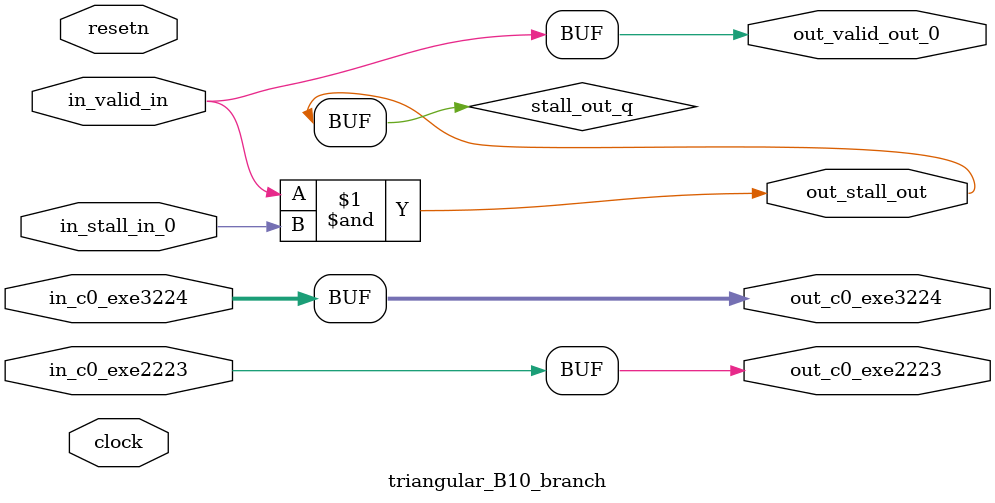
<source format=sv>



(* altera_attribute = "-name AUTO_SHIFT_REGISTER_RECOGNITION OFF; -name MESSAGE_DISABLE 10036; -name MESSAGE_DISABLE 10037; -name MESSAGE_DISABLE 14130; -name MESSAGE_DISABLE 14320; -name MESSAGE_DISABLE 15400; -name MESSAGE_DISABLE 14130; -name MESSAGE_DISABLE 10036; -name MESSAGE_DISABLE 12020; -name MESSAGE_DISABLE 12030; -name MESSAGE_DISABLE 12010; -name MESSAGE_DISABLE 12110; -name MESSAGE_DISABLE 14320; -name MESSAGE_DISABLE 13410; -name MESSAGE_DISABLE 113007; -name MESSAGE_DISABLE 10958" *)
module triangular_B10_branch (
    input wire [0:0] in_c0_exe2223,
    input wire [31:0] in_c0_exe3224,
    input wire [0:0] in_stall_in_0,
    input wire [0:0] in_valid_in,
    output wire [0:0] out_c0_exe2223,
    output wire [31:0] out_c0_exe3224,
    output wire [0:0] out_stall_out,
    output wire [0:0] out_valid_out_0,
    input wire clock,
    input wire resetn
    );

    wire [0:0] stall_out_q;


    // out_c0_exe2223(GPOUT,6)
    assign out_c0_exe2223 = in_c0_exe2223;

    // out_c0_exe3224(GPOUT,7)
    assign out_c0_exe3224 = in_c0_exe3224;

    // stall_out(LOGICAL,10)
    assign stall_out_q = in_valid_in & in_stall_in_0;

    // out_stall_out(GPOUT,8)
    assign out_stall_out = stall_out_q;

    // out_valid_out_0(GPOUT,9)
    assign out_valid_out_0 = in_valid_in;

endmodule

</source>
